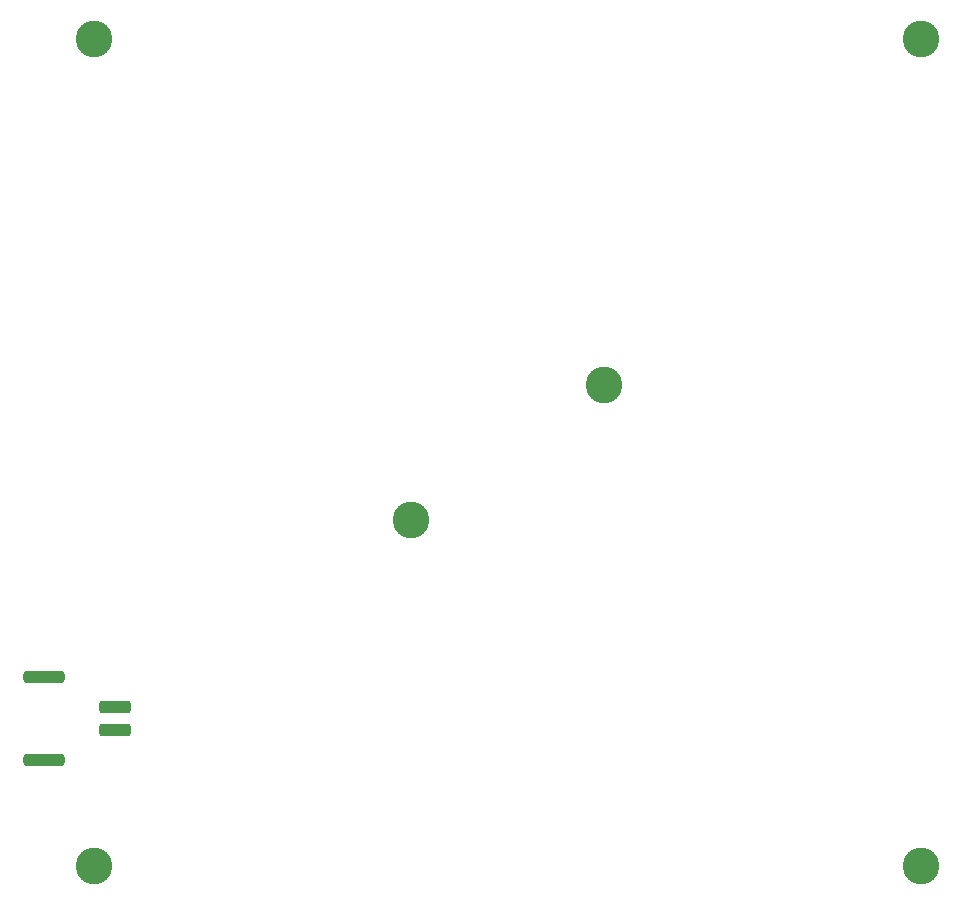
<source format=gbs>
G04*
G04 #@! TF.GenerationSoftware,Altium Limited,Altium Designer,24.1.2 (44)*
G04*
G04 Layer_Color=16711935*
%FSLAX44Y44*%
%MOMM*%
G71*
G04*
G04 #@! TF.SameCoordinates,7EB18013-0C48-4019-8723-447A6BD9C726*
G04*
G04*
G04 #@! TF.FilePolarity,Negative*
G04*
G01*
G75*
%ADD31C,3.1000*%
G04:AMPARAMS|DCode=61|XSize=2.7mm|YSize=1.1mm|CornerRadius=0.3mm|HoleSize=0mm|Usage=FLASHONLY|Rotation=180.000|XOffset=0mm|YOffset=0mm|HoleType=Round|Shape=RoundedRectangle|*
%AMROUNDEDRECTD61*
21,1,2.7000,0.5000,0,0,180.0*
21,1,2.1000,1.1000,0,0,180.0*
1,1,0.6000,-1.0500,0.2500*
1,1,0.6000,1.0500,0.2500*
1,1,0.6000,1.0500,-0.2500*
1,1,0.6000,-1.0500,-0.2500*
%
%ADD61ROUNDEDRECTD61*%
G04:AMPARAMS|DCode=62|XSize=3.5mm|YSize=1mm|CornerRadius=0.275mm|HoleSize=0mm|Usage=FLASHONLY|Rotation=180.000|XOffset=0mm|YOffset=0mm|HoleType=Round|Shape=RoundedRectangle|*
%AMROUNDEDRECTD62*
21,1,3.5000,0.4500,0,0,180.0*
21,1,2.9500,1.0000,0,0,180.0*
1,1,0.5500,-1.4750,0.2250*
1,1,0.5500,1.4750,0.2250*
1,1,0.5500,1.4750,-0.2250*
1,1,0.5500,-1.4750,-0.2250*
%
%ADD62ROUNDEDRECTD62*%
D31*
X418085Y442643D02*
D03*
X581915Y557357D02*
D03*
X150000Y850000D02*
D03*
X850000D02*
D03*
Y150000D02*
D03*
X150000D02*
D03*
D61*
X167500Y285000D02*
D03*
Y265000D02*
D03*
D62*
X107500Y310000D02*
D03*
Y240000D02*
D03*
M02*

</source>
